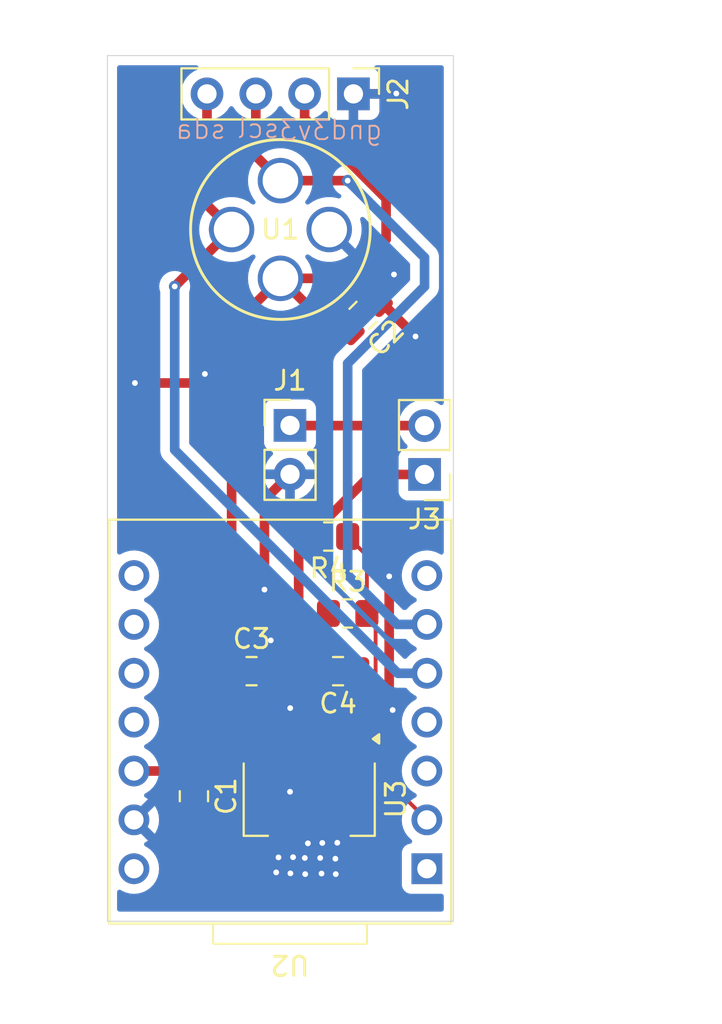
<source format=kicad_pcb>
(kicad_pcb (version 20240108) (generator "pcbnew") (generator_version "8.0")
  (layers (0 "F.Cu" signal) (31 "B.Cu" signal) (34 "B.Paste" user) (35 "F.Paste" user) (36 "B.SilkS" user "B.Silkscreen") (37 "F.SilkS" user "F.Silkscreen") (38 "B.Mask" user) (39 "F.Mask" user) (44 "Edge.Cuts" user))
  (net 0 "")
  (net 1 "GND")
  (net 2 "3v3")
  (net 3 "mlx scl")
  (net 4 "mlx sda")
  (net 14 "1{slash}11th battery voltage")
  (net 15 "Bat on off")
  (net 16 "Battery +")
  (footprint "Resistor_SMD:R_0805_2012Metric_Pad1.20x1.40mm_HandSolder" (layer "F.Cu") (at 152.5 100.5 180)
    (property "Reference" "R4" (at 0 -1.65 360) (layer "F.SilkS"))
    (property "Value" "10k")
    (fp_line (start -0.227064 0.735) (end 0.227064 0.735) (stroke (width 0.12)) (layer "F.SilkS"))
    (fp_line (start -0.227064 -0.735) (end 0.227064 -0.735) (stroke (width 0.12)) (layer "F.SilkS"))
    (pad "1" smd roundrect (at -1 0 180) (size 1.2 1.4) (layers "F.Cu" "F.Paste" "F.Mask") (roundrect_rratio 0.208333) (net 14 "1{slash}11th battery voltage"))
    (pad "2" smd roundrect (at 1 0 180) (size 1.2 1.4) (layers "F.Cu" "F.Paste" "F.Mask") (roundrect_rratio 0.208333) (net 15 "Bat on off"))
  )
  (footprint "Capacitor_SMD:C_0805_2012Metric_Pad1.18x1.45mm_HandSolder" (layer "F.Cu") (at 154.2967 89 -135)
    (property "Reference" "C2" (at 0 -1.679999 45) (layer "F.SilkS"))
    (property "Value" "0.1 µF")
    (fp_line (start -0.261253 0.735) (end 0.261253 0.735) (stroke (width 0.12)) (layer "F.SilkS"))
    (fp_line (start -0.261253 -0.735) (end 0.261253 -0.735) (stroke (width 0.12)) (layer "F.SilkS"))
    (pad "1" smd roundrect (at -1.0375 0 225) (size 1.175 1.45) (layers "F.Cu" "F.Paste" "F.Mask") (roundrect_rratio 0.212766) (net 1 "GND"))
    (pad "2" smd roundrect (at 1.0375 0 225) (size 1.175 1.45) (layers "F.Cu" "F.Paste" "F.Mask") (roundrect_rratio 0.212766) (net 2 "3v3"))
  )
  (footprint "XIAO_PCB:XIAO-14P-THT-2.54-21x17.8MM" (layer "F.Cu") (at 150.5 110.15 180)
    (property "Reference" "U2" (at 0 -12.625 180) (layer "F.SilkS"))
    (property "Value" "SEEED-XIAO")
    (fp_rect (start -4 -11.5225) (end 4 -10.4775) (stroke (width 0.1)) (fill none) (layer "F.SilkS"))
    (fp_rect (start -8.38 -10.475) (end 9.4 10.525) (stroke (width 0.12)) (fill none) (layer "F.SilkS"))
    (pad "1" thru_hole rect (at -7.12 -7.62 270) (size 1.6 1.6) (drill 1) (layers "*.Cu" "*.Mask"))
    (pad "2" thru_hole circle (at -7.12 -5.08 270) (size 1.6 1.6) (drill 1) (layers "*.Cu" "*.Mask") (net 14 "1{slash}11th battery voltage"))
    (pad "3" thru_hole circle (at -7.12 -2.54 270) (size 1.6 1.6) (drill 1) (layers "*.Cu" "*.Mask"))
    (pad "4" thru_hole circle (at -7.12 0 270) (size 1.6 1.6) (drill 1) (layers "*.Cu" "*.Mask"))
    (pad "5" thru_hole circle (at -7.12 2.54 270) (size 1.6 1.6) (drill 1) (layers "*.Cu" "*.Mask") (net 4 "mlx sda"))
    (pad "6" thru_hole circle (at -7.12 5.08 270) (size 1.6 1.6) (drill 1) (layers "*.Cu" "*.Mask") (net 3 "mlx scl"))
    (pad "7" thru_hole circle (at -7.12 7.62 270) (size 1.6 1.6) (drill 1) (layers "*.Cu" "*.Mask"))
    (pad "8" thru_hole circle (at 8.12 -7.62 90) (size 1.6 1.6) (drill 1) (layers "*.Cu" "*.Mask"))
    (pad "9" thru_hole circle (at 8.12 -5.08 90) (size 1.6 1.6) (drill 1) (layers "*.Cu" "*.Mask") (net 1 "GND"))
    (pad "10" thru_hole circle (at 8.12 -2.54 90) (size 1.6 1.6) (drill 1) (layers "*.Cu" "*.Mask") (net 2 "3v3"))
    (pad "11" thru_hole circle (at 8.12 0 90) (size 1.6 1.6) (drill 1) (layers "*.Cu" "*.Mask"))
    (pad "12" thru_hole circle (at 8.12 2.54 90) (size 1.6 1.6) (drill 1) (layers "*.Cu" "*.Mask"))
    (pad "13" thru_hole circle (at 8.12 5.08 90) (size 1.6 1.6) (drill 1) (layers "*.Cu" "*.Mask"))
    (pad "14" thru_hole circle (at 8.12 7.62 90) (size 1.6 1.6) (drill 1) (layers "*.Cu" "*.Mask"))
  )
  (footprint "Package_TO_SOT_SMD:SOT-223-3_TabPin2" (layer "F.Cu") (at 151.5 114.15 -90)
    (property "Reference" "U3" (at 0 -4.5 90) (layer "F.SilkS"))
    (property "Value" "SPX2920M3-3.3_SOT223")
    (fp_line (start -1.85 3.41) (end 1.91 3.41) (stroke (width 0.12)) (layer "F.SilkS"))
    (fp_line (start 1.91 3.41) (end 1.91 2.15) (stroke (width 0.12)) (layer "F.SilkS"))
    (fp_line (start -1.85 -3.41) (end 1.91 -3.41) (stroke (width 0.12)) (layer "F.SilkS"))
    (fp_line (start 1.91 -3.41) (end 1.91 -2.15) (stroke (width 0.12)) (layer "F.SilkS"))
    (fp_poly (pts (xy -3.13 -3.31) (xy -3.37 -3.64) (xy -2.89 -3.64) (xy -3.13 -3.31)) (stroke (width 0.12)) (fill solid) (layer "F.SilkS"))
    (pad "1" smd roundrect (at -3.15 -2.3 270) (size 2 1.5) (layers "F.Cu" "F.Paste" "F.Mask") (net 15 "Bat on off"))
    (pad "2" smd roundrect (at -3.15 0 270) (size 2 1.5) (layers "F.Cu" "F.Paste" "F.Mask") (net 1 "GND"))
    (pad "2" smd roundrect (at 3.15 0 270) (size 2 3.8) (layers "F.Cu" "F.Paste" "F.Mask") (net 1 "GND"))
    (pad "3" smd roundrect (at -3.15 2.3 270) (size 2 1.5) (layers "F.Cu" "F.Paste" "F.Mask") (net 2 "3v3"))
  )
  (footprint "mlx90614esf-dcc:MLX90614xCF_MEL" (layer "F.Cu") (at 150 82)
    (property "Reference" "U1" (at 0 2.54 0) (layer "F.SilkS"))
    (property "Value" "MLX90614ESF-BCF-000-TU")
    (fp_circle (center 0 2.54) (end 4.6736 2.54) (stroke (width 0.1524)) (fill none) (layer "F.SilkS"))
    (pad "1" thru_hole circle (at 0 0) (size 2.3622 2.3622) (drill 1.8542) (layers "*.Cu" "*.Mask") (net 3 "mlx scl"))
    (pad "2" thru_hole circle (at -2.54 2.54) (size 2.3622 2.3622) (drill 1.8542) (layers "*.Cu" "*.Mask") (net 4 "mlx sda"))
    (pad "3" thru_hole circle (at 0 5.08) (size 2.3622 2.3622) (drill 1.8542) (layers "*.Cu" "*.Mask") (net 2 "3v3"))
    (pad "4" thru_hole circle (at 2.54 2.54) (size 2.3622 2.3622) (drill 1.8542) (layers "*.Cu" "*.Mask") (net 1 "GND"))
  )
  (footprint "Capacitor_SMD:C_0805_2012Metric_Pad1.18x1.45mm_HandSolder" (layer "F.Cu") (at 153 107.5 180)
    (property "Reference" "C4" (at 0 -1.68 360) (layer "F.SilkS"))
    (property "Value" "10 µF")
    (fp_line (start -0.261252 0.735) (end 0.261252 0.735) (stroke (width 0.12)) (layer "F.SilkS"))
    (fp_line (start -0.261252 -0.735) (end 0.261252 -0.735) (stroke (width 0.12)) (layer "F.SilkS"))
    (pad "1" smd roundrect (at -1.0375 0 180) (size 1.175 1.45) (layers "F.Cu" "F.Paste" "F.Mask") (roundrect_rratio 0.212766) (net 15 "Bat on off"))
    (pad "2" smd roundrect (at 1.0375 0 180) (size 1.175 1.45) (layers "F.Cu" "F.Paste" "F.Mask") (roundrect_rratio 0.212766) (net 1 "GND"))
  )
  (footprint "Connector_PinHeader_2.54mm:PinHeader_1x02_P2.54mm_Vertical" (layer "F.Cu") (at 157.5 97.275 180)
    (property "Reference" "J3" (at 0 -2.33 360) (layer "F.SilkS"))
    (property "Value" "EXTERNAL SWITCH ON OFF")
    (fp_line (start 1.33 1.27) (end 1.33 3.87) (stroke (width 0.12)) (layer "F.SilkS"))
    (fp_line (start -1.33 3.87) (end 1.33 3.87) (stroke (width 0.12)) (layer "F.SilkS"))
    (fp_line (start -1.33 1.27) (end 1.33 1.27) (stroke (width 0.12)) (layer "F.SilkS"))
    (fp_line (start -1.33 1.27) (end -1.33 3.87) (stroke (width 0.12)) (layer "F.SilkS"))
    (fp_line (start -1.33 0) (end -1.33 -1.33) (stroke (width 0.12)) (layer "F.SilkS"))
    (fp_line (start -1.33 -1.33) (end 0 -1.33) (stroke (width 0.12)) (layer "F.SilkS"))
    (pad "1" thru_hole rect (at 0 0 180) (size 1.7 1.7) (drill 1) (layers "*.Cu" "*.Mask") (net 15 "Bat on off"))
    (pad "2" thru_hole oval (at 0 2.54 180) (size 1.7 1.7) (drill 1) (layers "*.Cu" "*.Mask") (net 16 "Battery +"))
  )
  (footprint "Capacitor_SMD:C_0805_2012Metric_Pad1.18x1.45mm_HandSolder" (layer "F.Cu") (at 148.5 107.5)
    (property "Reference" "C3" (at 0 -1.68 0) (layer "F.SilkS"))
    (property "Value" "10 µF")
    (fp_line (start -0.261252 -0.735) (end 0.261252 -0.735) (stroke (width 0.12)) (layer "F.SilkS"))
    (fp_line (start -0.261252 0.735) (end 0.261252 0.735) (stroke (width 0.12)) (layer "F.SilkS"))
    (pad "1" smd roundrect (at -1.0375 0) (size 1.175 1.45) (layers "F.Cu" "F.Paste" "F.Mask") (roundrect_rratio 0.212766) (net 2 "3v3"))
    (pad "2" smd roundrect (at 1.0375 0) (size 1.175 1.45) (layers "F.Cu" "F.Paste" "F.Mask") (roundrect_rratio 0.212766) (net 1 "GND"))
  )
  (footprint "Connector_PinHeader_2.54mm:PinHeader_1x04_P2.54mm_Vertical" (layer "F.Cu") (at 153.8 77.49 -90)
    (property "Reference" "J2" (at 0 -2.33 90) (layer "F.SilkS"))
    (property "Value" "oled")
    (fp_line (start -1.33 8.95) (end 1.33 8.95) (stroke (width 0.12)) (layer "F.SilkS"))
    (fp_line (start -1.33 1.27) (end -1.33 8.95) (stroke (width 0.12)) (layer "F.SilkS"))
    (fp_line (start -1.33 1.27) (end 1.33 1.27) (stroke (width 0.12)) (layer "F.SilkS"))
    (fp_line (start 1.33 1.27) (end 1.33 8.95) (stroke (width 0.12)) (layer "F.SilkS"))
    (fp_line (start -1.33 0) (end -1.33 -1.33) (stroke (width 0.12)) (layer "F.SilkS"))
    (fp_line (start -1.33 -1.33) (end 0 -1.33) (stroke (width 0.12)) (layer "F.SilkS"))
    (pad "1" thru_hole rect (at 0 0 270) (size 1.7 1.7) (drill 1) (layers "*.Cu" "*.Mask") (net 1 "GND"))
    (pad "2" thru_hole oval (at 0 2.54 270) (size 1.7 1.7) (drill 1) (layers "*.Cu" "*.Mask") (net 2 "3v3"))
    (pad "3" thru_hole oval (at 0 5.08 270) (size 1.7 1.7) (drill 1) (layers "*.Cu" "*.Mask") (net 3 "mlx scl"))
    (pad "4" thru_hole oval (at 0 7.62 270) (size 1.7 1.7) (drill 1) (layers "*.Cu" "*.Mask") (net 4 "mlx sda"))
  )
  (footprint "Capacitor_SMD:C_0805_2012Metric_Pad1.18x1.45mm_HandSolder" (layer "F.Cu") (at 145.5 114 -90)
    (property "Reference" "C1" (at 0 -1.68 90) (layer "F.SilkS"))
    (property "Value" "0.1 µF")
    (fp_line (start -0.261252 0.735) (end 0.261252 0.735) (stroke (width 0.12)) (layer "F.SilkS"))
    (fp_line (start -0.261252 -0.735) (end 0.261252 -0.735) (stroke (width 0.12)) (layer "F.SilkS"))
    (pad "1" smd roundrect (at -1.0375 0 270) (size 1.175 1.45) (layers "F.Cu" "F.Paste" "F.Mask") (roundrect_rratio 0.212766) (net 2 "3v3"))
    (pad "2" smd roundrect (at 1.0375 0 270) (size 1.175 1.45) (layers "F.Cu" "F.Paste" "F.Mask") (roundrect_rratio 0.212766) (net 1 "GND"))
  )
  (footprint "Resistor_SMD:R_0805_2012Metric_Pad1.20x1.40mm_HandSolder" (layer "F.Cu") (at 153.5 104.5)
    (property "Reference" "R3" (at 0 -1.65 0) (layer "F.SilkS"))
    (property "Value" "1k")
    (fp_line (start -0.227064 -0.735) (end 0.227064 -0.735) (stroke (width 0.12)) (layer "F.SilkS"))
    (fp_line (start -0.227064 0.735) (end 0.227064 0.735) (stroke (width 0.12)) (layer "F.SilkS"))
    (pad "1" smd roundrect (at -1 0) (size 1.2 1.4) (layers "F.Cu" "F.Paste" "F.Mask") (roundrect_rratio 0.208333) (net 1 "GND"))
    (pad "2" smd roundrect (at 1 0) (size 1.2 1.4) (layers "F.Cu" "F.Paste" "F.Mask") (roundrect_rratio 0.208333) (net 14 "1{slash}11th battery voltage"))
  )
  (footprint "Connector_PinHeader_2.54mm:PinHeader_1x02_P2.54mm_Vertical" (layer "F.Cu") (at 150.5 94.725)
    (property "Reference" "J1" (at 0 -2.33 360) (layer "F.SilkS"))
    (property "Value" "BATTERY INPUT")
    (fp_line (start -1.33 -1.33) (end 0 -1.33) (stroke (width 0.12)) (layer "F.SilkS"))
    (fp_line (start -1.33 0) (end -1.33 -1.33) (stroke (width 0.12)) (layer "F.SilkS"))
    (fp_line (start -1.33 1.27) (end -1.33 3.87) (stroke (width 0.12)) (layer "F.SilkS"))
    (fp_line (start -1.33 1.27) (end 1.33 1.27) (stroke (width 0.12)) (layer "F.SilkS"))
    (fp_line (start -1.33 3.87) (end 1.33 3.87) (stroke (width 0.12)) (layer "F.SilkS"))
    (fp_line (start 1.33 1.27) (end 1.33 3.87) (stroke (width 0.12)) (layer "F.SilkS"))
    (pad "1" thru_hole rect (at 0 0) (size 1.7 1.7) (drill 1) (layers "*.Cu" "*.Mask") (net 16 "Battery +"))
    (pad "2" thru_hole oval (at 0 2.54) (size 1.7 1.7) (drill 1) (layers "*.Cu" "*.Mask") (net 1 "GND"))
  )
  (gr_rect (start 141 75.5) (end 159 120.5) (stroke (width 0.05)) (fill none) (layer "Edge.Cuts"))
  (gr_text "scl" (at 150 79.8664 -0) (layer "B.SilkS") (effects (font (size 1 1) (thickness 0.1)) (justify left bottom mirror)))
  (gr_text "sda" (at 147.22 79.91 -0) (layer "B.SilkS") (effects (font (size 1 1) (thickness 0.1)) (justify left bottom mirror)))
  (gr_text "gnd\n" (at 155.37 79.94 -0) (layer "B.SilkS") (effects (font (size 1 1) (thickness 0.1)) (justify left bottom mirror)))
  (gr_text "3v3" (at 152.66 79.97 -0) (layer "B.SilkS") (effects (font (size 1 1) (thickness 0.1)) (justify left bottom mirror)))
  (segment (start 151.5 111) (end 151.5 113.78) (width 0.5) (layer "F.Cu") (net 1))
  (segment (start 149.5375 107.5) (end 149.5375 105.9375) (width 0.5) (layer "F.Cu") (net 1))
  (segment (start 142.43 92.52) (end 145.6 92.52) (width 0.5) (layer "F.Cu") (net 1))
  (segment (start 151.5 109.35) (end 151.5 107.9625) (width 0.5) (layer "F.Cu") (net 1))
  (segment (start 155.66 102.57) (end 155.66 109.34) (width 0.5) (layer "F.Cu") (net 1))
  (segment (start 155.030323 88.266377) (end 155.030323 87.759677) (width 0.5) (layer "F.Cu") (net 1))
  (segment (start 150.5 97.265) (end 149.17 98.595) (width 0.5) (layer "F.Cu") (net 1))
  (segment (start 151.5 111) (end 151.5 109.35) (width 0.5) (layer "F.Cu") (net 1))
  (segment (start 149.17 98.595) (end 149.17 103.26) (width 0.5) (layer "F.Cu") (net 1))
  (segment (start 151.9625 107.5) (end 149.5375 107.5) (width 0.5) (layer "F.Cu") (net 1))
  (segment (start 155.196377 88.266377) (end 157.03 90.1) (width 0.5) (layer "F.Cu") (net 1))
  (segment (start 145.6 92.52) (end 146.07 92.05) (width 0.5) (layer "F.Cu") (net 1))
  (segment (start 149.5375 105.9375) (end 149.5 105.9) (width 0.5) (layer "F.Cu") (net 1))
  (segment (start 150.51 113.78) (end 150.5 113.77) (width 0.5) (layer "F.Cu") (net 1))
  (segment (start 155.030323 88.266377) (end 155.196377 88.266377) (width 0.5) (layer "F.Cu") (net 1))
  (segment (start 151.5 113.78) (end 151.5 117.3) (width 0.5) (layer "F.Cu") (net 1))
  (segment (start 151.5 107.9625) (end 151.9625 107.5) (width 0.5) (layer "F.Cu") (net 1))
  (segment (start 150.58 109.35) (end 150.51 109.42) (width 0.5) (layer "F.Cu") (net 1))
  (segment (start 142.5725 115.0375) (end 142.38 115.23) (width 0.5) (layer "F.Cu") (net 1))
  (segment (start 156.01 77.49) (end 156.03 77.47) (width 0.5) (layer "F.Cu") (net 1))
  (segment (start 155.030323 87.759677) (end 155.91 86.88) (width 0.5) (layer "F.Cu") (net 1))
  (segment (start 151.5 109.35) (end 150.58 109.35) (width 0.5) (layer "F.Cu") (net 1))
  (segment (start 155.66 109.34) (end 155.84 109.52) (width 0.5) (layer "F.Cu") (net 1))
  (segment (start 151.5 113.78) (end 150.51 113.78) (width 0.5) (layer "F.Cu") (net 1))
  (segment (start 153.8 77.49) (end 156.01 77.49) (width 0.5) (layer "F.Cu") (net 1))
  (via (at 150.51 109.42) (size 0.6) (drill 0.3) (layers "F.Cu" "B.Cu") (net 1))
  (via (at 149.78 117.96) (size 0.6) (drill 0.3) (layers "F.Cu" "B.Cu") (net 1))
  (via (at 155.84 109.52) (size 0.6) (drill 0.3) (layers "F.Cu" "B.Cu") (net 1))
  (via (at 149.5 105.9) (size 0.6) (drill 0.3) (layers "F.Cu" "B.Cu") (net 1))
  (via (at 151.29 118.05) (size 0.6) (drill 0.3) (layers "F.Cu" "B.Cu") (net 1))
  (via (at 146.07 92.05) (size 0.6) (drill 0.3) (layers "F.Cu" "B.Cu") (net 1))
  (via (at 152.18 116.43) (size 0.6) (drill 0.3) (layers "F.Cu" "B.Cu") (net 1))
  (via (at 150.52 118.01) (size 0.6) (drill 0.3) (layers "F.Cu" "B.Cu") (net 1))
  (via (at 150.5 113.77) (size 0.6) (drill 0.3) (layers "F.Cu" "B.Cu") (net 1))
  (via (at 142.43 92.52) (size 0.6) (drill 0.3) (layers "F.Cu" "B.Cu") (net 1))
  (via (at 156.03 77.47) (size 0.6) (drill 0.3) (layers "F.Cu" "B.Cu") (net 1))
  (via (at 152.88 118.05) (size 0.6) (drill 0.3) (layers "F.Cu" "B.Cu") (net 1))
  (via (at 152.86 117.25) (size 0.6) (drill 0.3) (layers "F.Cu" "B.Cu") (net 1))
  (via (at 155.66 102.57) (size 0.6) (drill 0.3) (layers "F.Cu" "B.Cu") (net 1))
  (via (at 151.43 116.45) (size 0.6) (drill 0.3) (layers "F.Cu" "B.Cu") (net 1))
  (via (at 149.17 103.26) (size 0.6) (drill 0.3) (layers "F.Cu" "B.Cu") (net 1))
  (via (at 155.91 86.88) (size 0.6) (drill 0.3) (layers "F.Cu" "B.Cu") (net 1))
  (via (at 152.96 116.42) (size 0.6) (drill 0.3) (layers "F.Cu" "B.Cu") (net 1))
  (via (at 149.9 117.18) (size 0.6) (drill 0.3) (layers "F.Cu" "B.Cu") (net 1))
  (via (at 152.14 118.02) (size 0.6) (drill 0.3) (layers "F.Cu" "B.Cu") (net 1))
  (via (at 151.27 117.21) (size 0.6) (drill 0.3) (layers "F.Cu" "B.Cu") (net 1))
  (via (at 157.03 90.1) (size 0.6) (drill 0.3) (layers "F.Cu" "B.Cu") (net 1))
  (via (at 150.66 117.17) (size 0.6) (drill 0.3) (layers "F.Cu" "B.Cu") (net 1))
  (via (at 152.07 117.21) (size 0.6) (drill 0.3) (layers "F.Cu" "B.Cu") (net 1))
  (segment (start 151.26 78.76) (end 151.26 77.49) (width 0.5) (layer "F.Cu") (net 2))
  (segment (start 151.5 79) (end 151.26 78.76) (width 0.5) (layer "F.Cu") (net 2))
  (segment (start 147.2375 112.9625) (end 149.2 111) (width 0.5) (layer "F.Cu") (net 2))
  (segment (start 151.5 80) (end 151.5 79) (width 0.5) (layer "F.Cu") (net 2))
  (segment (start 153.480661 87.08) (end 155.5 85.060661) (width 0.5) (layer "F.Cu") (net 2))
  (segment (start 142.38 112.69) (end 145.2275 112.69) (width 0.5) (layer "F.Cu") (net 2))
  (segment (start 150 87.08) (end 147.4625 89.6175) (width 0.5) (layer "F.Cu") (net 2))
  (segment (start 147.4625 109.2625) (end 149.2 111) (width 0.5) (layer "F.Cu") (net 2))
  (segment (start 147.4625 107.5) (end 147.4625 109.2625) (width 0.5) (layer "F.Cu") (net 2))
  (segment (start 155.5 85.060661) (end 155.5 82.939339) (width 0.5) (layer "F.Cu") (net 2))
  (segment (start 147.4625 89.6175) (end 147.4625 107.5) (width 0.5) (layer "F.Cu") (net 2))
  (segment (start 145.2275 112.69) (end 145.5 112.9625) (width 0.5) (layer "F.Cu") (net 2))
  (segment (start 153.563077 89.733623) (end 152.653623 89.733623) (width 0.5) (layer "F.Cu") (net 2))
  (segment (start 145.5 112.9625) (end 147.2375 112.9625) (width 0.5) (layer "F.Cu") (net 2))
  (segment (start 150 87.08) (end 153.480661 87.08) (width 0.5) (layer "F.Cu") (net 2))
  (segment (start 152.560661 80) (end 151.5 80) (width 0.5) (layer "F.Cu") (net 2))
  (segment (start 152.653623 89.733623) (end 150 87.08) (width 0.5) (layer "F.Cu") (net 2))
  (segment (start 155.5 82.939339) (end 152.560661 80) (width 0.5) (layer "F.Cu") (net 2))
  (segment (start 148.72 77.49) (end 148.72 80.72) (width 0.5) (layer "F.Cu") (net 3))
  (segment (start 150 82) (end 153.5 82) (width 0.5) (layer "F.Cu") (net 3))
  (segment (start 148.72 80.72) (end 150 82) (width 0.5) (layer "F.Cu") (net 3))
  (via (at 153.5 82) (size 0.6) (drill 0.3) (layers "F.Cu" "B.Cu") (net 3))
  (segment (start 156.07 105.07) (end 157.62 105.07) (width 0.5) (layer "B.Cu") (net 3))
  (segment (start 153.5 91.5) (end 153.5 102.5) (width 0.5) (layer "B.Cu") (net 3))
  (segment (start 153.5 82) (end 157.5 86) (width 0.5) (layer "B.Cu") (net 3))
  (segment (start 157.5 87.5) (end 153.5 91.5) (width 0.5) (layer "B.Cu") (net 3))
  (segment (start 153.5 102.5) (end 156.07 105.07) (width 0.5) (layer "B.Cu") (net 3))
  (segment (start 157.5 86) (end 157.5 87.5) (width 0.5) (layer "B.Cu") (net 3))
  (segment (start 147.46 84.54) (end 144.5 87.5) (width 0.5) (layer "F.Cu") (net 4))
  (segment (start 146.18 77.49) (end 146.18 83.26) (width 0.5) (layer "F.Cu") (net 4))
  (segment (start 146.18 83.26) (end 147.46 84.54) (width 0.5) (layer "F.Cu") (net 4))
  (via (at 144.5 87.5) (size 0.6) (drill 0.3) (layers "F.Cu" "B.Cu") (net 4))
  (segment (start 144.5 87.5) (end 144.5 96) (width 0.5) (layer "B.Cu") (net 4))
  (segment (start 156.11 107.61) (end 157.62 107.61) (width 0.5) (layer "B.Cu") (net 4))
  (segment (start 144.5 96) (end 156.11 107.61) (width 0.5) (layer "B.Cu") (net 4))
  (segment (start 154.5 101.5) (end 153.5 100.5) (width 0.2) (layer "F.Cu") (net 14))
  (segment (start 157.62 115.23) (end 154.952818 112.562818) (width 0.2) (layer "F.Cu") (net 14))
  (segment (start 154.952818 104.952818) (end 154.5 104.5) (width 0.2) (layer "F.Cu") (net 14))
  (segment (start 154.952818 112.562818) (end 154.952818 104.952818) (width 0.2) (layer "F.Cu") (net 14))
  (segment (start 154.5 104.5) (end 154.5 101.5) (width 0.2) (layer "F.Cu") (net 14))
  (segment (start 151.325 106.15) (end 152.6875 106.15) (width 0.5) (layer "F.Cu") (net 15))
  (segment (start 154.0375 110.7625) (end 153.8 111) (width 0.5) (layer "F.Cu") (net 15))
  (segment (start 157.5 97.275) (end 154.725 97.275) (width 0.5) (layer "F.Cu") (net 15))
  (segment (start 151.5 100.5) (end 150.95 101.05) (width 0.5) (layer "F.Cu") (net 15))
  (segment (start 152.6875 106.15) (end 154.0375 107.5) (width 0.5) (layer "F.Cu") (net 15))
  (segment (start 154.725 97.275) (end 151.5 100.5) (width 0.5) (layer "F.Cu") (net 15))
  (segment (start 150.95 105.775) (end 151.325 106.15) (width 0.5) (layer "F.Cu") (net 15))
  (segment (start 154.0375 107.5) (end 154.0375 110.7625) (width 0.5) (layer "F.Cu") (net 15))
  (segment (start 150.95 101.05) (end 150.95 105.775) (width 0.5) (layer "F.Cu") (net 15))
  (segment (start 150.51 94.735) (end 150.5 94.725) (width 0.5) (layer "F.Cu") (net 16))
  (segment (start 157.5 94.735) (end 150.51 94.735) (width 0.5) (layer "F.Cu") (net 16))
  (zone (net 1) (net_name "GND") (layer "B.Cu") (connect_pads (clearance 0.5)) (min_thickness 0.25) (fill yes (thermal_gap 0.5) (thermal_bridge_width 0.5))
    (polygon (pts (xy 137.06 72.75) (xy 135.41 79.29) (xy 136.99 123.79) (xy 171.42 125.87) (xy 173 72.9) (xy 136.99 72.61)))
  )
)
</source>
